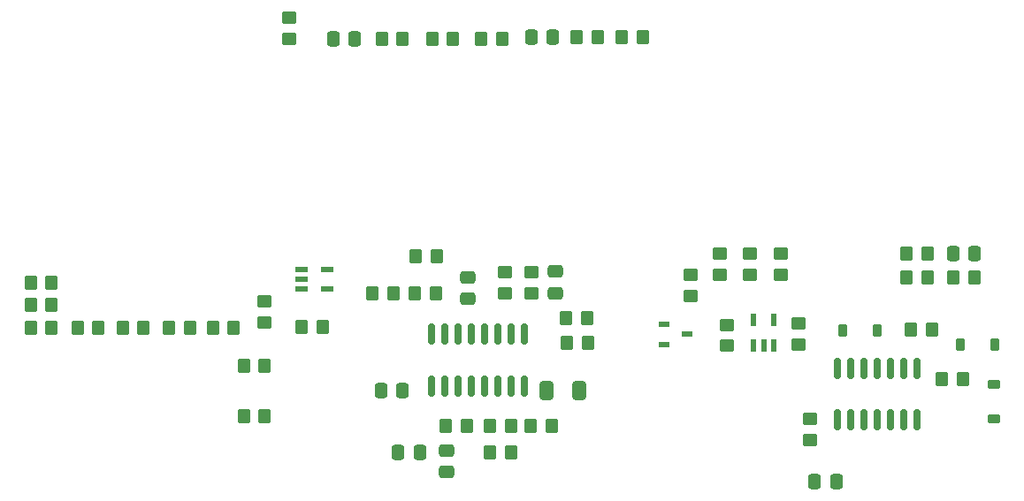
<source format=gbr>
%TF.GenerationSoftware,KiCad,Pcbnew,9.0.3*%
%TF.CreationDate,2025-10-30T19:50:34+09:00*%
%TF.ProjectId,VCOBoard,56434f42-6f61-4726-942e-6b696361645f,rev?*%
%TF.SameCoordinates,Original*%
%TF.FileFunction,Paste,Top*%
%TF.FilePolarity,Positive*%
%FSLAX46Y46*%
G04 Gerber Fmt 4.6, Leading zero omitted, Abs format (unit mm)*
G04 Created by KiCad (PCBNEW 9.0.3) date 2025-10-30 19:50:34*
%MOMM*%
%LPD*%
G01*
G04 APERTURE LIST*
G04 Aperture macros list*
%AMRoundRect*
0 Rectangle with rounded corners*
0 $1 Rounding radius*
0 $2 $3 $4 $5 $6 $7 $8 $9 X,Y pos of 4 corners*
0 Add a 4 corners polygon primitive as box body*
4,1,4,$2,$3,$4,$5,$6,$7,$8,$9,$2,$3,0*
0 Add four circle primitives for the rounded corners*
1,1,$1+$1,$2,$3*
1,1,$1+$1,$4,$5*
1,1,$1+$1,$6,$7*
1,1,$1+$1,$8,$9*
0 Add four rect primitives between the rounded corners*
20,1,$1+$1,$2,$3,$4,$5,0*
20,1,$1+$1,$4,$5,$6,$7,0*
20,1,$1+$1,$6,$7,$8,$9,0*
20,1,$1+$1,$8,$9,$2,$3,0*%
G04 Aperture macros list end*
%ADD10RoundRect,0.250000X-0.450000X0.350000X-0.450000X-0.350000X0.450000X-0.350000X0.450000X0.350000X0*%
%ADD11RoundRect,0.250000X0.350000X0.450000X-0.350000X0.450000X-0.350000X-0.450000X0.350000X-0.450000X0*%
%ADD12RoundRect,0.250000X0.450000X-0.350000X0.450000X0.350000X-0.450000X0.350000X-0.450000X-0.350000X0*%
%ADD13RoundRect,0.250000X-0.350000X-0.450000X0.350000X-0.450000X0.350000X0.450000X-0.350000X0.450000X0*%
%ADD14RoundRect,0.250000X-0.475000X0.337500X-0.475000X-0.337500X0.475000X-0.337500X0.475000X0.337500X0*%
%ADD15RoundRect,0.250000X0.475000X-0.337500X0.475000X0.337500X-0.475000X0.337500X-0.475000X-0.337500X0*%
%ADD16R,1.200000X0.600000*%
%ADD17RoundRect,0.250000X-0.412500X-0.650000X0.412500X-0.650000X0.412500X0.650000X-0.412500X0.650000X0*%
%ADD18RoundRect,0.250000X0.337500X0.475000X-0.337500X0.475000X-0.337500X-0.475000X0.337500X-0.475000X0*%
%ADD19RoundRect,0.250000X-0.337500X-0.475000X0.337500X-0.475000X0.337500X0.475000X-0.337500X0.475000X0*%
%ADD20R,1.100000X0.600000*%
%ADD21RoundRect,0.225000X-0.375000X0.225000X-0.375000X-0.225000X0.375000X-0.225000X0.375000X0.225000X0*%
%ADD22RoundRect,0.150000X0.150000X-0.825000X0.150000X0.825000X-0.150000X0.825000X-0.150000X-0.825000X0*%
%ADD23RoundRect,0.225000X0.225000X0.375000X-0.225000X0.375000X-0.225000X-0.375000X0.225000X-0.375000X0*%
%ADD24R,0.600000X1.200000*%
%ADD25RoundRect,0.150000X-0.150000X0.850000X-0.150000X-0.850000X0.150000X-0.850000X0.150000X0.850000X0*%
G04 APERTURE END LIST*
D10*
%TO.C,R114*%
X113009000Y-53489000D03*
X113009000Y-55489000D03*
%TD*%
D11*
%TO.C,R39*%
X107664000Y-83185000D03*
X105664000Y-83185000D03*
%TD*%
D12*
%TO.C,R2*%
X161777000Y-84778000D03*
X161777000Y-82778000D03*
%TD*%
D11*
%TO.C,R191*%
X178565000Y-78349000D03*
X176565000Y-78349000D03*
%TD*%
D13*
%TO.C,R1250*%
X125111000Y-76327000D03*
X127111000Y-76327000D03*
%TD*%
D14*
%TO.C,C51*%
X130048000Y-78337500D03*
X130048000Y-80412500D03*
%TD*%
D11*
%TO.C,R113*%
X142497000Y-55372000D03*
X140497000Y-55372000D03*
%TD*%
D13*
%TO.C,R1190*%
X132200500Y-95163000D03*
X134200500Y-95163000D03*
%TD*%
%TO.C,R112*%
X114169000Y-83124000D03*
X116169000Y-83124000D03*
%TD*%
D11*
%TO.C,R119*%
X134200500Y-92583000D03*
X132200500Y-92583000D03*
%TD*%
%TO.C,R44*%
X90233000Y-81026000D03*
X88233000Y-81026000D03*
%TD*%
D15*
%TO.C,C50*%
X138430000Y-79867000D03*
X138430000Y-77792000D03*
%TD*%
D16*
%TO.C,IC4*%
X114157000Y-77597000D03*
X114157000Y-78547000D03*
X114157000Y-79497000D03*
X116657000Y-79497000D03*
X116657000Y-77597000D03*
%TD*%
D11*
%TO.C,R4*%
X174532800Y-83362800D03*
X172532800Y-83362800D03*
%TD*%
D13*
%TO.C,R16*%
X126670000Y-55489000D03*
X128670000Y-55489000D03*
%TD*%
D12*
%TO.C,R6*%
X151403000Y-80111000D03*
X151403000Y-78111000D03*
%TD*%
D13*
%TO.C,R118*%
X136137500Y-92583000D03*
X138137500Y-92583000D03*
%TD*%
D10*
%TO.C,R120*%
X136144000Y-77867000D03*
X136144000Y-79867000D03*
%TD*%
D11*
%TO.C,R41*%
X99044000Y-83185000D03*
X97044000Y-83185000D03*
%TD*%
D13*
%TO.C,R116*%
X108632000Y-86868000D03*
X110632000Y-86868000D03*
%TD*%
%TO.C,R3*%
X139563600Y-84632800D03*
X141563600Y-84632800D03*
%TD*%
D10*
%TO.C,R55*%
X154197000Y-76095000D03*
X154197000Y-78095000D03*
%TD*%
%TO.C,R121*%
X133604000Y-77851000D03*
X133604000Y-79851000D03*
%TD*%
D11*
%TO.C,R117*%
X110648000Y-91694000D03*
X108648000Y-91694000D03*
%TD*%
D17*
%TO.C,C49*%
X137629500Y-89194000D03*
X140754500Y-89194000D03*
%TD*%
D18*
%TO.C,C42*%
X178602500Y-76063000D03*
X176527500Y-76063000D03*
%TD*%
D19*
%TO.C,C13*%
X117197000Y-55489000D03*
X119272000Y-55489000D03*
%TD*%
D13*
%TO.C,R17*%
X121844000Y-55489000D03*
X123844000Y-55489000D03*
%TD*%
D20*
%TO.C,Q1*%
X148906000Y-82860000D03*
X148906000Y-84760000D03*
X151106000Y-83810000D03*
%TD*%
D10*
%TO.C,R193*%
X157118000Y-76079000D03*
X157118000Y-78079000D03*
%TD*%
D12*
%TO.C,R38*%
X110591600Y-82686400D03*
X110591600Y-80686400D03*
%TD*%
D11*
%TO.C,R127*%
X129993500Y-92583000D03*
X127993500Y-92583000D03*
%TD*%
%TO.C,R102*%
X174120000Y-78349000D03*
X172120000Y-78349000D03*
%TD*%
D13*
%TO.C,R8*%
X175509000Y-88128000D03*
X177509000Y-88128000D03*
%TD*%
D10*
%TO.C,R7*%
X162864800Y-91913200D03*
X162864800Y-93913200D03*
%TD*%
D11*
%TO.C,R45*%
X90249000Y-78867000D03*
X88249000Y-78867000D03*
%TD*%
%TO.C,R42*%
X94726000Y-83185000D03*
X92726000Y-83185000D03*
%TD*%
D15*
%TO.C,C55*%
X128016000Y-97020200D03*
X128016000Y-94945200D03*
%TD*%
D13*
%TO.C,R126*%
X120936000Y-79883000D03*
X122936000Y-79883000D03*
%TD*%
D19*
%TO.C,C52*%
X121746100Y-89204800D03*
X123821100Y-89204800D03*
%TD*%
D21*
%TO.C,D2*%
X180446000Y-88638000D03*
X180446000Y-91938000D03*
%TD*%
D22*
%TO.C,IC2*%
X165460000Y-92000000D03*
X166730000Y-92000000D03*
X168000000Y-92000000D03*
X169270000Y-92000000D03*
X170540000Y-92000000D03*
X171810000Y-92000000D03*
X173080000Y-92000000D03*
X173080000Y-87050000D03*
X171810000Y-87050000D03*
X170540000Y-87050000D03*
X169270000Y-87050000D03*
X168000000Y-87050000D03*
X166730000Y-87050000D03*
X165460000Y-87050000D03*
%TD*%
D19*
%TO.C,C48*%
X136141500Y-55372000D03*
X138216500Y-55372000D03*
%TD*%
%TO.C,C53*%
X123422500Y-95163000D03*
X125497500Y-95163000D03*
%TD*%
%TO.C,C1*%
X163279000Y-97917000D03*
X165354000Y-97917000D03*
%TD*%
D23*
%TO.C,D1*%
X169269000Y-83429000D03*
X165969000Y-83429000D03*
%TD*%
D24*
%TO.C,IC1*%
X157464000Y-84921000D03*
X158414000Y-84921000D03*
X159364000Y-84921000D03*
X159364000Y-82421000D03*
X157464000Y-82421000D03*
%TD*%
D12*
%TO.C,R1*%
X154919000Y-84921000D03*
X154919000Y-82921000D03*
%TD*%
D13*
%TO.C,R125*%
X125000000Y-79883000D03*
X127000000Y-79883000D03*
%TD*%
D11*
%TO.C,R43*%
X90233000Y-83185000D03*
X88233000Y-83185000D03*
%TD*%
D13*
%TO.C,R5*%
X139512800Y-82245200D03*
X141512800Y-82245200D03*
%TD*%
D12*
%TO.C,R214*%
X160039000Y-78095000D03*
X160039000Y-76095000D03*
%TD*%
D25*
%TO.C,IC5*%
X135509000Y-83773000D03*
X134239000Y-83773000D03*
X132969000Y-83773000D03*
X131699000Y-83773000D03*
X130429000Y-83773000D03*
X129159000Y-83773000D03*
X127889000Y-83773000D03*
X126619000Y-83773000D03*
X126619000Y-88773000D03*
X127889000Y-88773000D03*
X129159000Y-88773000D03*
X130429000Y-88773000D03*
X131699000Y-88773000D03*
X132969000Y-88773000D03*
X134239000Y-88773000D03*
X135509000Y-88773000D03*
%TD*%
D23*
%TO.C,D3*%
X180572000Y-84826000D03*
X177272000Y-84826000D03*
%TD*%
D11*
%TO.C,R104*%
X146815000Y-55372000D03*
X144815000Y-55372000D03*
%TD*%
%TO.C,R40*%
X103473000Y-83185000D03*
X101473000Y-83185000D03*
%TD*%
D13*
%TO.C,R101*%
X172104000Y-76063000D03*
X174104000Y-76063000D03*
%TD*%
D11*
%TO.C,R115*%
X133353000Y-55489000D03*
X131353000Y-55489000D03*
%TD*%
M02*

</source>
